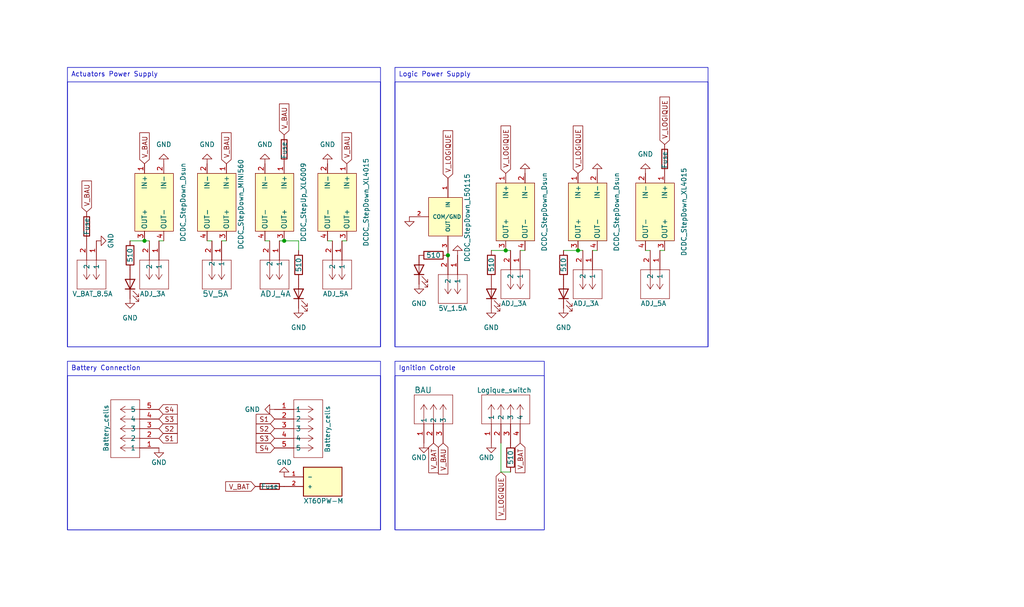
<source format=kicad_sch>
(kicad_sch (version 20230121) (generator eeschema)
  (paper "User" 270.002 159.995)
  (title_block (title "PowerBoard") (date "2024-10-18"))
  (lib_symbols
    (symbol "CONN_JST_B2B-PH-K-S:B2B-PH-K-S" (pin_names (offset 1.016))
      (property "Reference" "U" (at 6.35 2.54 0))
      (property "Value" "B2B-PH-K-S" (at 0 -10.16 0))
      (symbol "B2B-PH-K-S_1_1"
        (polyline (pts (xy 5.08 -7.62) (xy 12.7 -7.62)) (stroke (width 0.127)))
        (polyline (pts (xy 5.08 0) (xy 5.08 -7.62)) (stroke (width 0.127)))
        (polyline (pts (xy 10.16 -5.08) (xy 5.08 -5.08)) (stroke (width 0.127)))
        (polyline (pts (xy 10.16 -5.08) (xy 8.89 -5.9267)) (stroke (width 0.127)))
        (polyline (pts (xy 10.16 -5.08) (xy 8.89 -4.2333)) (stroke (width 0.127)))
        (polyline (pts (xy 10.16 -2.54) (xy 5.08 -2.54)) (stroke (width 0.127)))
        (polyline (pts (xy 10.16 -2.54) (xy 8.89 -3.3867)) (stroke (width 0.127)))
        (polyline (pts (xy 10.16 -2.54) (xy 8.89 -1.6933)) (stroke (width 0.127)))
        (polyline (pts (xy 12.7 -7.62) (xy 12.7 0)) (stroke (width 0.127)))
        (polyline (pts (xy 12.7 0) (xy 5.08 0)) (stroke (width 0.127)))
        (pin unspecified line (at 0 -2.54 0) (length 5.08) (name "1") (number "1"))
        (pin unspecified line (at 0 -5.08 0) (length 5.08) (name "2") (number "2"))
      )
    )
    (symbol "CONN_JST_B2B-XH-A:B2B-XH-ALFSN" (pin_names (offset 0.254))
      (property "Reference" "J" (at 8.89 6.35 0))
      (property "Value" "B2B-XH-A" (at 6.35 -6.35 0))
      (symbol "B2B-XH-ALFSN_1_1"
        (polyline (pts (xy 5.08 -5.08) (xy 12.7 -5.08)) (stroke (width 0.127)))
        (polyline (pts (xy 5.08 2.54) (xy 5.08 -5.08)) (stroke (width 0.127)))
        (polyline (pts (xy 10.16 -2.54) (xy 5.08 -2.54)) (stroke (width 0.127)))
        (polyline (pts (xy 10.16 -2.54) (xy 8.89 -3.3867)) (stroke (width 0.127)))
        (polyline (pts (xy 10.16 -2.54) (xy 8.89 -1.6933)) (stroke (width 0.127)))
        (polyline (pts (xy 10.16 0) (xy 5.08 0)) (stroke (width 0.127)))
        (polyline (pts (xy 10.16 0) (xy 8.89 -0.8467)) (stroke (width 0.127)))
        (polyline (pts (xy 10.16 0) (xy 8.89 0.8467)) (stroke (width 0.127)))
        (polyline (pts (xy 12.7 -5.08) (xy 12.7 2.54)) (stroke (width 0.127)))
        (polyline (pts (xy 12.7 2.54) (xy 5.08 2.54)) (stroke (width 0.127)))
        (pin unspecified line (at 0 0 0) (length 5.08) (name "1") (number "1"))
        (pin unspecified line (at 0 -2.54 0) (length 5.08) (name "2") (number "2"))
      )
      (symbol "B2B-XH-ALFSN_1_2"
        (polyline (pts (xy 5.08 -5.08) (xy 12.7 -5.08)) (stroke (width 0.127)))
        (polyline (pts (xy 5.08 2.54) (xy 5.08 -5.08)) (stroke (width 0.127)))
        (polyline (pts (xy 7.62 -2.54) (xy 5.08 -2.54)) (stroke (width 0.127)))
        (polyline (pts (xy 7.62 -2.54) (xy 8.89 -3.3867)) (stroke (width 0.127)))
        (polyline (pts (xy 7.62 -2.54) (xy 8.89 -1.6933)) (stroke (width 0.127)))
        (polyline (pts (xy 7.62 0) (xy 5.08 0)) (stroke (width 0.127)))
        (polyline (pts (xy 7.62 0) (xy 8.89 -0.8467)) (stroke (width 0.127)))
        (polyline (pts (xy 7.62 0) (xy 8.89 0.8467)) (stroke (width 0.127)))
        (polyline (pts (xy 12.7 -5.08) (xy 12.7 2.54)) (stroke (width 0.127)))
        (polyline (pts (xy 12.7 2.54) (xy 5.08 2.54)) (stroke (width 0.127)))
        (pin unspecified line (at 0 0 0) (length 5.08) (name "1") (number "1"))
        (pin unspecified line (at 0 -2.54 0) (length 5.08) (name "2") (number "2"))
      )
    )
    (symbol "CONN_JST_B2P-VH:B2P-VH_LF__SN_" (pin_names (offset 1.016))
      (property "Reference" "U" (at 6.35 2.54 0))
      (property "Value" "B2P-VH" (at 0 -10.16 0))
      (symbol "B2P-VH_LF__SN__1_1"
        (polyline (pts (xy 5.08 -7.62) (xy 12.7 -7.62)) (stroke (width 0.127)))
        (polyline (pts (xy 5.08 0) (xy 5.08 -7.62)) (stroke (width 0.127)))
        (polyline (pts (xy 10.16 -5.08) (xy 5.08 -5.08)) (stroke (width 0.127)))
        (polyline (pts (xy 10.16 -5.08) (xy 8.89 -5.9267)) (stroke (width 0.127)))
        (polyline (pts (xy 10.16 -5.08) (xy 8.89 -4.2333)) (stroke (width 0.127)))
        (polyline (pts (xy 10.16 -2.54) (xy 5.08 -2.54)) (stroke (width 0.127)))
        (polyline (pts (xy 10.16 -2.54) (xy 8.89 -3.3867)) (stroke (width 0.127)))
        (polyline (pts (xy 10.16 -2.54) (xy 8.89 -1.6933)) (stroke (width 0.127)))
        (polyline (pts (xy 12.7 -7.62) (xy 12.7 0)) (stroke (width 0.127)))
        (polyline (pts (xy 12.7 0) (xy 5.08 0)) (stroke (width 0.127)))
        (pin unspecified line (at 0 -2.54 0) (length 5.08) (name "1") (number "1"))
        (pin unspecified line (at 0 -5.08 0) (length 5.08) (name "2") (number "2"))
      )
    )
    (symbol "CONN_JST_B3PS-VH:B3PS-VH" (pin_names (offset 0.254))
      (property "Reference" "J" (at 1.27 5.08 0))
      (property "Value" "B3PS-VH" (at 1.27 -10.16 0))
      (symbol "B3PS-VH_1_1"
        (polyline (pts (xy 5.08 -7.62) (xy 12.7 -7.62)) (stroke (width 0.127)))
        (polyline (pts (xy 5.08 2.54) (xy 5.08 -7.62)) (stroke (width 0.127)))
        (polyline (pts (xy 10.16 -5.08) (xy 5.08 -5.08)) (stroke (width 0.127)))
        (polyline (pts (xy 10.16 -5.08) (xy 8.89 -5.9267)) (stroke (width 0.127)))
        (polyline (pts (xy 10.16 -5.08) (xy 8.89 -4.2333)) (stroke (width 0.127)))
        (polyline (pts (xy 10.16 -2.54) (xy 5.08 -2.54)) (stroke (width 0.127)))
        (polyline (pts (xy 10.16 -2.54) (xy 8.89 -3.3867)) (stroke (width 0.127)))
        (polyline (pts (xy 10.16 -2.54) (xy 8.89 -1.6933)) (stroke (width 0.127)))
        (polyline (pts (xy 10.16 0) (xy 5.08 0)) (stroke (width 0.127)))
        (polyline (pts (xy 10.16 0) (xy 8.89 -0.8467)) (stroke (width 0.127)))
        (polyline (pts (xy 10.16 0) (xy 8.89 0.8467)) (stroke (width 0.127)))
        (polyline (pts (xy 12.7 -7.62) (xy 12.7 2.54)) (stroke (width 0.127)))
        (polyline (pts (xy 12.7 2.54) (xy 5.08 2.54)) (stroke (width 0.127)))
        (pin unspecified line (at 0 0 0) (length 5.08) (name "1") (number "1"))
        (pin unspecified line (at 0 -2.54 0) (length 5.08) (name "2") (number "2"))
        (pin unspecified line (at 0 -5.08 0) (length 5.08) (name "3") (number "3"))
      )
      (symbol "B3PS-VH_1_2"
        (polyline (pts (xy 5.08 -7.62) (xy 12.7 -7.62)) (stroke (width 0.127)))
        (polyline (pts (xy 5.08 2.54) (xy 5.08 -7.62)) (stroke (width 0.127)))
        (polyline (pts (xy 7.62 -5.08) (xy 5.08 -5.08)) (stroke (width 0.127)))
        (polyline (pts (xy 7.62 -5.08) (xy 8.89 -5.9267)) (stroke (width 0.127)))
        (polyline (pts (xy 7.62 -5.08) (xy 8.89 -4.2333)) (stroke (width 0.127)))
        (polyline (pts (xy 7.62 -2.54) (xy 5.08 -2.54)) (stroke (width 0.127)))
        (polyline (pts (xy 7.62 -2.54) (xy 8.89 -3.3867)) (stroke (width 0.127)))
        (polyline (pts (xy 7.62 -2.54) (xy 8.89 -1.6933)) (stroke (width 0.127)))
        (polyline (pts (xy 7.62 0) (xy 5.08 0)) (stroke (width 0.127)))
        (polyline (pts (xy 7.62 0) (xy 8.89 -0.8467)) (stroke (width 0.127)))
        (polyline (pts (xy 7.62 0) (xy 8.89 0.8467)) (stroke (width 0.127)))
        (polyline (pts (xy 12.7 -7.62) (xy 12.7 2.54)) (stroke (width 0.127)))
        (polyline (pts (xy 12.7 2.54) (xy 5.08 2.54)) (stroke (width 0.127)))
        (pin unspecified line (at 0 0 0) (length 5.08) (name "1") (number "1"))
        (pin unspecified line (at 0 -2.54 0) (length 5.08) (name "2") (number "2"))
        (pin unspecified line (at 0 -5.08 0) (length 5.08) (name "3") (number "3"))
      )
    )
    (symbol "CONN_JST_B4P-VH:B4P-VH_LF__SN_" (pin_names (offset 1.016))
      (property "Reference" "J" (at -5.083 5.852 0))
      (property "Value" "B4P-VH_LF__SN_" (at -2.54 -15.24 0))
      (symbol "B4P-VH_LF__SN__1_1"
        (polyline (pts (xy 5.08 -12.7) (xy 12.7 -12.7)) (stroke (width 0.127)))
        (polyline (pts (xy 5.08 0) (xy 5.08 -12.7)) (stroke (width 0.127)))
        (polyline (pts (xy 10.16 -10.16) (xy 5.08 -10.16)) (stroke (width 0.127)))
        (polyline (pts (xy 10.16 -10.16) (xy 8.89 -11.0067)) (stroke (width 0.127)))
        (polyline (pts (xy 10.16 -10.16) (xy 8.89 -9.3133)) (stroke (width 0.127)))
        (polyline (pts (xy 10.16 -7.62) (xy 5.08 -7.62)) (stroke (width 0.127)))
        (polyline (pts (xy 10.16 -7.62) (xy 8.89 -8.4667)) (stroke (width 0.127)))
        (polyline (pts (xy 10.16 -7.62) (xy 8.89 -6.7733)) (stroke (width 0.127)))
        (polyline (pts (xy 10.16 -5.08) (xy 5.08 -5.08)) (stroke (width 0.127)))
        (polyline (pts (xy 10.16 -5.08) (xy 8.89 -5.9267)) (stroke (width 0.127)))
        (polyline (pts (xy 10.16 -5.08) (xy 8.89 -4.2333)) (stroke (width 0.127)))
        (polyline (pts (xy 10.16 -2.54) (xy 5.08 -2.54)) (stroke (width 0.127)))
        (polyline (pts (xy 10.16 -2.54) (xy 8.89 -3.3867)) (stroke (width 0.127)))
        (polyline (pts (xy 10.16 -2.54) (xy 8.89 -1.6933)) (stroke (width 0.127)))
        (polyline (pts (xy 12.7 -12.7) (xy 12.7 0)) (stroke (width 0.127)))
        (polyline (pts (xy 12.7 0) (xy 5.08 0)) (stroke (width 0.127)))
        (pin unspecified line (at 0 -2.54 0) (length 5.08) (name "1") (number "1"))
        (pin unspecified line (at 0 -5.08 0) (length 5.08) (name "2") (number "2"))
        (pin unspecified line (at 0 -7.62 0) (length 5.08) (name "3") (number "3"))
        (pin unspecified line (at 0 -10.16 0) (length 5.08) (name "4") (number "4"))
      )
    )
    (symbol "CONN_JST_B5B-PH-K-S:B5B-PH-K-S_LF__SN_" (pin_names (offset 1.016))
      (property "Reference" "J" (at 7.62 1.27 0))
      (property "Value" "B5B-PH-K-S" (at -5.08 -19.05 0))
      (symbol "B5B-PH-K-S_LF__SN__1_1"
        (polyline (pts (xy 5.08 -15.24) (xy 12.7 -15.24)) (stroke (width 0.127)))
        (polyline (pts (xy 5.08 0) (xy 5.08 -15.24)) (stroke (width 0.127)))
        (polyline (pts (xy 10.16 -12.7) (xy 5.08 -12.7)) (stroke (width 0.127)))
        (polyline (pts (xy 10.16 -12.7) (xy 8.89 -13.5467)) (stroke (width 0.127)))
        (polyline (pts (xy 10.16 -12.7) (xy 8.89 -11.8533)) (stroke (width 0.127)))
        (polyline (pts (xy 10.16 -10.16) (xy 5.08 -10.16)) (stroke (width 0.127)))
        (polyline (pts (xy 10.16 -10.16) (xy 8.89 -11.0067)) (stroke (width 0.127)))
        (polyline (pts (xy 10.16 -10.16) (xy 8.89 -9.3133)) (stroke (width 0.127)))
        (polyline (pts (xy 10.16 -7.62) (xy 5.08 -7.62)) (stroke (width 0.127)))
        (polyline (pts (xy 10.16 -7.62) (xy 8.89 -8.4667)) (stroke (width 0.127)))
        (polyline (pts (xy 10.16 -7.62) (xy 8.89 -6.7733)) (stroke (width 0.127)))
        (polyline (pts (xy 10.16 -5.08) (xy 5.08 -5.08)) (stroke (width 0.127)))
        (polyline (pts (xy 10.16 -5.08) (xy 8.89 -5.9267)) (stroke (width 0.127)))
        (polyline (pts (xy 10.16 -5.08) (xy 8.89 -4.2333)) (stroke (width 0.127)))
        (polyline (pts (xy 10.16 -2.54) (xy 5.08 -2.54)) (stroke (width 0.127)))
        (polyline (pts (xy 10.16 -2.54) (xy 8.89 -3.3867)) (stroke (width 0.127)))
        (polyline (pts (xy 10.16 -2.54) (xy 8.89 -1.6933)) (stroke (width 0.127)))
        (polyline (pts (xy 12.7 -15.24) (xy 12.7 0)) (stroke (width 0.127)))
        (polyline (pts (xy 12.7 0) (xy 5.08 0)) (stroke (width 0.127)))
        (pin unspecified line (at 0 -2.54 0) (length 5.08) (name "1") (number "1"))
        (pin unspecified line (at 0 -5.08 0) (length 5.08) (name "2") (number "2"))
        (pin unspecified line (at 0 -7.62 0) (length 5.08) (name "3") (number "3"))
        (pin unspecified line (at 0 -10.16 0) (length 5.08) (name "4") (number "4"))
        (pin unspecified line (at 0 -12.7 0) (length 5.08) (name "5") (number "5"))
      )
    )
    (symbol "CONN_JST_S5B-XH-A:CONN_JST_S5B-XH-A"
      (property "Reference" "U" (at 0 0 0))
      (property "Value" "CONN_JST_S5B-XH-A" (at 1.27 -17.78 0))
      (symbol "CONN_JST_S5B-XH-A_1_1"
        (polyline (pts (xy 5.08 -15.24) (xy 12.7 -15.24)) (stroke (width 0.127)))
        (polyline (pts (xy 5.08 0) (xy 5.08 -15.24)) (stroke (width 0.127)))
        (polyline (pts (xy 10.16 -12.7) (xy 5.08 -12.7)) (stroke (width 0.127)))
        (polyline (pts (xy 10.16 -12.7) (xy 8.89 -13.5467)) (stroke (width 0.127)))
        (polyline (pts (xy 10.16 -12.7) (xy 8.89 -11.8533)) (stroke (width 0.127)))
        (polyline (pts (xy 10.16 -10.16) (xy 5.08 -10.16)) (stroke (width 0.127)))
        (polyline (pts (xy 10.16 -10.16) (xy 8.89 -11.0067)) (stroke (width 0.127)))
        (polyline (pts (xy 10.16 -10.16) (xy 8.89 -9.3133)) (stroke (width 0.127)))
        (polyline (pts (xy 10.16 -7.62) (xy 5.08 -7.62)) (stroke (width 0.127)))
        (polyline (pts (xy 10.16 -7.62) (xy 8.89 -8.4667)) (stroke (width 0.127)))
        (polyline (pts (xy 10.16 -7.62) (xy 8.89 -6.7733)) (stroke (width 0.127)))
        (polyline (pts (xy 10.16 -5.08) (xy 5.08 -5.08)) (stroke (width 0.127)))
        (polyline (pts (xy 10.16 -5.08) (xy 8.89 -5.9267)) (stroke (width 0.127)))
        (polyline (pts (xy 10.16 -5.08) (xy 8.89 -4.2333)) (stroke (width 0.127)))
        (polyline (pts (xy 10.16 -2.54) (xy 5.08 -2.54)) (stroke (width 0.127)))
        (polyline (pts (xy 10.16 -2.54) (xy 8.89 -3.3867)) (stroke (width 0.127)))
        (polyline (pts (xy 10.16 -2.54) (xy 8.89 -1.6933)) (stroke (width 0.127)))
        (polyline (pts (xy 12.7 -15.24) (xy 12.7 0)) (stroke (width 0.127)))
        (polyline (pts (xy 12.7 0) (xy 5.08 0)) (stroke (width 0.127)))
        (pin unspecified line (at 0 -2.54 0) (length 5.08) (name "1") (number "1"))
        (pin unspecified line (at 0 -5.08 0) (length 5.08) (name "2") (number "2"))
        (pin unspecified line (at 0 -7.62 0) (length 5.08) (name "3") (number "3"))
        (pin unspecified line (at 0 -10.16 0) (length 5.08) (name "4") (number "4"))
        (pin unspecified line (at 0 -12.7 0) (length 5.08) (name "5") (number "5"))
      )
    )
    (symbol "DCDC_StepDown_Dsun:DCDC_StepDown_Dsun"
      (property "Reference" "U" (at 10.16 -5.08 0))
      (property "Value" "DCDC_StepDown_Dsun" (at 10.16 -11.43 0))
      (symbol "DCDC_StepDown_Dsun_1_1"
        (rectangle (start 2.54 0) (end 17.78 -10.16) (fill (type background)))
        (pin input line (at 0 -7.62 0) (length 2.54) (name "IN+") (number "1"))
        (pin input line (at 0 -2.54 0) (length 2.54) (name "IN-") (number "2"))
        (pin output line (at 20.32 -7.62 180) (length 2.54) (name "OUT+") (number "3"))
        (pin output line (at 20.32 -2.54 180) (length 2.54) (name "OUT-") (number "4"))
      )
    )
    (symbol "DCDC_StepDown_L50115:DCDC_StepDown_L50115" (pin_names (offset 1.016))
      (property "Reference" "PS" (at 3.81 3.81 0))
      (property "Value" "DCDC_StepDown_L50115" (at -7.62 1.27 0))
      (symbol "DCDC_StepDown_L50115_0_0"
        (rectangle (start 0 0) (end 10.16 -8.89) (stroke (width 0.1524)) (fill (type background)))
        (pin input line (at -5.08 -3.81 0) (length 5.08) (name "IN") (number "1"))
        (pin power_in line (at 5.08 -13.97 90) (length 5.08) (name "COM/GND") (number "2"))
        (pin output line (at 15.24 -3.81 180) (length 5.08) (name "OUT") (number "3"))
      )
    )
    (symbol "DCDC_StepDown_MINI560:DCDC_StepDown_MINI560"
      (property "Reference" "U" (at 10.16 -5.08 0))
      (property "Value" "DCDC_StepDown_MINI560" (at 10.16 -12.7 0))
      (symbol "DCDC_StepDown_MINI560_1_1"
        (rectangle (start 2.54 0) (end 17.78 -10.16) (fill (type background)))
        (pin input line (at 0 -2.54 0) (length 2.54) (name "IN+") (number "1"))
        (pin input line (at 0 -7.62 0) (length 2.54) (name "IN-") (number "2"))
        (pin output line (at 20.32 -2.54 180) (length 2.54) (name "OUT+") (number "3"))
        (pin output line (at 20.32 -7.62 180) (length 2.54) (name "OUT-") (number "4"))
      )
    )
    (symbol "DCDC_StepDown_XL4015:DCDC_StepDown_XL4015"
      (property "Reference" "U" (at 7.62 -5.08 0))
      (property "Value" "DCDC_StepDown_XL4015" (at 7.62 -11.43 0))
      (symbol "DCDC_StepDown_XL4015_1_1"
        (rectangle (start 0 0) (end 15.24 -10.16) (fill (type background)))
        (pin input line (at -2.54 -2.54 0) (length 2.54) (name "IN+") (number "1"))
        (pin input line (at -2.54 -7.62 0) (length 2.54) (name "IN-") (number "2"))
        (pin output line (at 17.78 -2.54 180) (length 2.54) (name "OUT+") (number "3"))
        (pin output line (at 17.78 -7.62 180) (length 2.54) (name "OUT-") (number "4"))
      )
    )
    (symbol "DCDC_StepUp_XL6009:DCDC_StepUp_XL6009"
      (property "Reference" "U" (at 7.62 -5.08 0))
      (property "Value" "DCDC_StepUp_XL6009" (at 7.62 -11.43 0))
      (symbol "DCDC_StepUp_XL6009_1_1"
        (rectangle (start 0 0) (end 15.24 -10.16) (fill (type background)))
        (pin input line (at -2.54 -2.54 0) (length 2.54) (name "IN+") (number "1"))
        (pin input line (at -2.54 -7.62 0) (length 2.54) (name "IN-") (number "2"))
        (pin output line (at 17.78 -2.54 180) (length 2.54) (name "OUT+") (number "3"))
        (pin output line (at 17.78 -7.62 180) (length 2.54) (name "OUT-") (number "4"))
      )
    )
    (symbol "Device:Fuse" (pin_numbers hide) (pin_names (offset 0))
      (property "Reference" "F" (at 2.032 0 90))
      (property "Value" "Fuse" (at -1.905 0 90))
      (symbol "Fuse_0_1"
        (rectangle (start -0.762 -2.54) (end 0.762 2.54) (stroke (width 0.254)))
        (polyline (pts (xy 0 2.54) (xy 0 -2.54)))
      )
      (symbol "Fuse_1_1"
        (pin passive line (at 0 3.81 270) (length 1.27) (name "~") (number "1"))
        (pin passive line (at 0 -3.81 90) (length 1.27) (name "~") (number "2"))
      )
    )
    (symbol "Device:LED" (pin_numbers hide) (pin_names (offset 1.016) hide)
      (property "Reference" "D" (at 0 2.54 0))
      (property "Value" "LED" (at 0 -2.54 0))
      (symbol "LED_0_1"
        (polyline (pts (xy -1.27 -1.27) (xy -1.27 1.27)) (stroke (width 0.254)))
        (polyline (pts (xy -1.27 0) (xy 1.27 0)))
        (polyline (pts (xy 1.27 -1.27) (xy 1.27 1.27) (xy -1.27 0) (xy 1.27 -1.27)) (stroke (width 0.254)))
        (polyline (pts (xy -3.048 -0.762) (xy -4.572 -2.286) (xy -3.81 -2.286) (xy -4.572 -2.286) (xy -4.572 -1.524)))
        (polyline (pts (xy -1.778 -0.762) (xy -3.302 -2.286) (xy -2.54 -2.286) (xy -3.302 -2.286) (xy -3.302 -1.524)))
      )
      (symbol "LED_1_1"
        (pin passive line (at -3.81 0 0) (length 2.54) (name "K") (number "1"))
        (pin passive line (at 3.81 0 180) (length 2.54) (name "A") (number "2"))
      )
    )
    (symbol "Device:R" (pin_numbers hide) (pin_names (offset 0))
      (property "Reference" "R" (at 2.032 0 90))
      (property "Value" "R" (at 0 0 90))
      (symbol "R_0_1"
        (rectangle (start -1.016 -2.54) (end 1.016 2.54) (stroke (width 0.254)))
      )
      (symbol "R_1_1"
        (pin passive line (at 0 3.81 270) (length 1.27) (name "~") (number "1"))
        (pin passive line (at 0 -3.81 90) (length 1.27) (name "~") (number "2"))
      )
    )
    (symbol "XT60IPW-M:XT60PW-M" (pin_names (offset 1.016))
      (property "Reference" "J" (at -5.08 5.7234 0))
      (property "Value" "XT60PW-M" (at -5.08 -5.0923 0))
      (symbol "XT60PW-M_0_0"
        (rectangle (start -5.08 -2.54) (end 5.08 5.08) (stroke (width 0.254)) (fill (type background)))
      )
      (symbol "XT60PW-M_1_0"
        (pin passive line (at -10.16 2.54 0) (length 5.08) (name "-") (number "1"))
        (pin passive line (at -10.16 0 0) (length 5.08) (name "+") (number "2"))
      )
    )
    (symbol "power:GND" (power) (pin_names (offset 0))
      (property "Value" "GND" (at 0 -3.81 0))
      (symbol "GND_0_1"
        (polyline (pts (xy 0 0) (xy 0 -1.27) (xy 1.27 -1.27) (xy 0 -2.54) (xy -1.27 -1.27) (xy 0 -1.27)))
      )
      (symbol "GND_1_1"
        (pin power_in line (at 0 0 270) (length 0) hide (name "GND") (number "1"))
      )
    )
  )
  (junction (at 118.11 67.31))
  (junction (at 152.4 66.04))
  (junction (at 133.35 66.04))
  (junction (at 74.93 63.5))
  (junction (at 38.1 63.5))
  (wire (pts (xy 170.18 66.04) (xy 171.45 66.04)))
  (wire (pts (xy 148.59 66.04) (xy 152.4 66.04)))
  (wire (pts (xy 152.4 66.04) (xy 153.67 66.04)))
  (wire (pts (xy 86.36 63.5) (xy 87.63 63.5)))
  (wire (pts (xy 90.17 63.5) (xy 91.44 63.5)))
  (wire (pts (xy 58.42 63.5) (xy 59.69 63.5)))
  (wire (pts (xy 34.29 63.5) (xy 38.1 63.5)))
  (wire (pts (xy 78.74 63.5) (xy 74.93 63.5)))
  (wire (pts (xy 156.21 66.04) (xy 157.48 66.04)))
  (wire (pts (xy 132.08 124.46) (xy 132.08 116.84)))
  (wire (pts (xy 41.91 63.5) (xy 43.18 63.5)))
  (wire (pts (xy 137.16 66.04) (xy 138.43 66.04)))
  (wire (pts (xy 133.35 66.04) (xy 134.62 66.04)))
  (wire (pts (xy 129.54 66.04) (xy 133.35 66.04)))
  (wire (pts (xy 38.1 63.5) (xy 39.37 63.5)))
  (wire (pts (xy 73.66 63.5) (xy 74.93 63.5)))
  (wire (pts (xy 78.74 66.04) (xy 78.74 63.5)))
  (wire (pts (xy 69.85 63.5) (xy 71.12 63.5)))
  (wire (pts (xy 173.99 66.04) (xy 175.26 66.04)))
  (wire (pts (xy 132.08 124.46) (xy 134.62 124.46)))
  (wire (pts (xy 54.61 63.5) (xy 55.88 63.5)))
  (rectangle (start 104.14 99.06) (end 143.51 139.7))
  (rectangle (start 17.78 99.06) (end 100.33 139.7))
  (rectangle (start 104.14 21.59) (end 186.69 91.44))
  (rectangle (start 17.78 21.59) (end 100.33 91.44))
  (text_box "Battery Connection" (at 17.78 95.25 0) (size 82.55 44.45) (effects (font (size 1.27 1.27)) (justify left top)))
  (text_box "Logic Power Supply" (at 104.14 17.78 0) (size 82.55 73.66) (effects (font (size 1.27 1.27)) (justify left top)))
  (text_box "Actuators Power Supply" (at 17.78 17.78 0) (size 82.55 73.66) (effects (font (size 1.27 1.27)) (justify left top)))
  (text_box "Ignition Cotrole" (at 104.14 95.25 0) (size 39.37 44.45) (effects (font (size 1.27 1.27)) (justify left top)))
  (global_label "V_LOGIQUE" (shape input) (at 133.35 45.72 90) (property "Intersheetrefs" "${INTERSHEET_REFS}" (effects hide)))
  (global_label "V_BAT" (shape input) (at 114.3 116.84 270) (property "Intersheetrefs" "${INTERSHEET_REFS}" (effects hide)))
  (global_label "V_LOGIQUE" (shape input) (at 132.08 124.46 270) (property "Intersheetrefs" "${INTERSHEET_REFS}" (effects hide)))
  (global_label "S2" (shape input) (at 72.39 113.03 180) (property "Intersheetrefs" "${INTERSHEET_REFS}" (effects hide)))
  (global_label "S1" (shape input) (at 41.91 115.57 0) (property "Intersheetrefs" "${INTERSHEET_REFS}" (effects hide)))
  (global_label "V_BAU" (shape input) (at 74.93 35.56 90) (property "Intersheetrefs" "${INTERSHEET_REFS}" (effects hide)))
  (global_label "S4" (shape input) (at 41.91 107.95 0) (property "Intersheetrefs" "${INTERSHEET_REFS}" (effects hide)))
  (global_label "S3" (shape input) (at 72.39 115.57 180) (property "Intersheetrefs" "${INTERSHEET_REFS}" (effects hide)))
  (global_label "S1" (shape input) (at 72.39 110.49 180) (property "Intersheetrefs" "${INTERSHEET_REFS}" (effects hide)))
  (global_label "V_LOGIQUE" (shape input) (at 152.4 45.72 90) (property "Intersheetrefs" "${INTERSHEET_REFS}" (effects hide)))
  (global_label "V_BAU" (shape input) (at 38.1 43.18 90) (property "Intersheetrefs" "${INTERSHEET_REFS}" (effects hide)))
  (global_label "V_LOGIQUE" (shape input) (at 175.26 38.1 90) (property "Intersheetrefs" "${INTERSHEET_REFS}" (effects hide)))
  (global_label "V_BAU" (shape input) (at 116.84 116.84 270) (property "Intersheetrefs" "${INTERSHEET_REFS}" (effects hide)))
  (global_label "V_BAT" (shape input) (at 137.16 116.84 270) (property "Intersheetrefs" "${INTERSHEET_REFS}" (effects hide)))
  (global_label "S3" (shape input) (at 41.91 110.49 0) (property "Intersheetrefs" "${INTERSHEET_REFS}" (effects hide)))
  (global_label "V_BAU" (shape input) (at 59.69 43.18 90) (property "Intersheetrefs" "${INTERSHEET_REFS}" (effects hide)))
  (global_label "S2" (shape input) (at 41.91 113.03 0) (property "Intersheetrefs" "${INTERSHEET_REFS}" (effects hide)))
  (global_label "V_LOGIQUE" (shape input) (at 118.11 46.99 90) (property "Intersheetrefs" "${INTERSHEET_REFS}" (effects hide)))
  (global_label "V_BAU" (shape input) (at 91.44 43.18 90) (property "Intersheetrefs" "${INTERSHEET_REFS}" (effects hide)))
  (global_label "V_BAT" (shape input) (at 67.31 128.27 180) (property "Intersheetrefs" "${INTERSHEET_REFS}" (effects hide)))
  (global_label "S4" (shape input) (at 72.39 118.11 180) (property "Intersheetrefs" "${INTERSHEET_REFS}" (effects hide)))
  (global_label "V_BAU" (shape input) (at 22.86 55.88 90) (property "Intersheetrefs" "${INTERSHEET_REFS}" (effects hide)))
  (symbol (lib_id "CONN_JST_B2B-PH-K-S:B2B-PH-K-S") (at 44.45 63.5 270) (unit 1)
    (property "Reference" "U18" (effects hide))
    (property "Value" "ADJ_3A" (at 36.83 77.47 90) (effects (justify left)))
    (property "Footprint" "CONN_JST_B2B-PH-K-S:CONN_JST_B2B-PH-K-S" (effects hide))
  )
  (symbol (lib_id "CONN_JST_B2P-VH:B2P-VH_LF__SN_") (at 176.53 66.04 270) (unit 1)
    (property "Reference" "U12" (effects hide))
    (property "Value" "ADJ_5A" (at 168.91 80.01 90) (effects (justify left)))
    (property "Footprint" "CONN_JST_B2P-VH:CONN_JST_B2P-VH" (effects hide))
  )
  (symbol (lib_id "DCDC_StepDown_L50115:DCDC_StepDown_L50115") (at 121.92 52.07 270) (unit 1)
    (property "Reference" "PS1" (effects hide))
    (property "Value" "DCDC_StepDown_L50115" (at 123.19 45.72 0) (effects (justify left)))
    (property "Footprint" "DCDC_StepDown_L50115:DCDC_StepDown_L50115" (effects hide))
  )
  (symbol (lib_id "power:GND") (at 148.59 81.28 0) (unit 1)
    (property "Reference" "#PWR012" (effects hide))
    (property "Value" "GND" (at 148.59 86.36 0))
  )
  (symbol (lib_id "power:GND") (at 41.91 118.11 0) (unit 1)
    (property "Reference" "#PWR017" (effects hide))
    (property "Value" "GND" (at 41.91 121.92 0))
  )
  (symbol (lib_id "Device:LED") (at 34.29 74.93 90) (unit 1)
    (property "Reference" "Switch5" (effects hide))
    (property "Value" "Switch22" (effects hide))
    (property "Footprint" "LED_SMD:LED_0603_1608Metric_Pad1.05x0.95mm_HandSolder" (effects hide))
  )
  (symbol (lib_id "Device:Fuse") (at 71.12 128.27 270) (unit 1)
    (property "Reference" "F8" (effects hide))
    (property "Value" "Fuse" (at 71.12 128.27 90))
    (property "Footprint" "Fuse:Fuseholder_Cylinder-5x20mm_EATON_H15-V-1_Vertical_Closed" (effects hide))
  )
  (symbol (lib_id "power:GND") (at 170.18 45.72 180) (unit 1)
    (property "Reference" "#PWR02" (effects hide))
    (property "Value" "GND" (at 170.18 40.64 0))
  )
  (symbol (lib_id "Device:R") (at 148.59 69.85 0) (unit 1)
    (property "Reference" "R3" (effects hide))
    (property "Value" "510" (at 148.59 69.85 90))
    (property "Footprint" "Resistor_THT:R_Axial_DIN0207_L6.3mm_D2.5mm_P7.62mm_Horizontal" (effects hide))
  )
  (symbol (lib_id "Device:LED") (at 78.74 77.47 90) (unit 1)
    (property "Reference" "Switch2" (effects hide))
    (property "Value" "Switch22" (effects hide))
    (property "Footprint" "LED_SMD:LED_0603_1608Metric_Pad1.05x0.95mm_HandSolder" (effects hide))
  )
  (symbol (lib_id "XT60IPW-M:XT60PW-M") (at 85.09 128.27 0) (unit 1)
    (property "Reference" "J1" (effects hide))
    (property "Value" "XT60PW-M" (at 80.01 132.08 0) (effects (justify left)))
    (property "Footprint" "XT60IPW-M:AMASS_XT60IPW-M_1x03_P7.20mm_Horizontal" (effects hide))
  )
  (symbol (lib_id "power:GND") (at 129.54 116.84 0) (unit 1)
    (property "Reference" "#PWR020" (effects hide))
    (property "Value" "GND" (at 128.27 120.65 0))
  )
  (symbol (lib_id "Device:Fuse") (at 175.26 41.91 180) (unit 1)
    (property "Reference" "F2" (effects hide))
    (property "Value" "Fuse" (at 175.26 44.45 90) (effects (justify right)))
    (property "Footprint" "Fuse:Fuseholder_Cylinder-5x20mm_EATON_H15-V-1_Vertical_Closed" (effects hide))
  )
  (symbol (lib_id "CONN_JST_B4P-VH:B4P-VH_LF__SN_") (at 127 116.84 90) (unit 1)
    (property "Reference" "J2" (effects hide))
    (property "Value" "Logique_switch" (at 125.73 102.87 90) (effects (justify right)))
    (property "Footprint" "CONN_JST_B4P-VH:CONN_JST_B4P-VH" (effects hide))
  )
  (symbol (lib_id "CONN_JST_B2P-VH:B2P-VH_LF__SN_") (at 92.71 63.5 270) (unit 1)
    (property "Reference" "U13" (effects hide))
    (property "Value" "ADJ_5A" (at 85.09 77.47 90) (effects (justify left)))
    (property "Footprint" "CONN_JST_B2P-VH:CONN_JST_B2P-VH" (effects hide))
  )
  (symbol (lib_id "CONN_JST_B2B-PH-K-S:B2B-PH-K-S") (at 158.75 66.04 270) (unit 1)
    (property "Reference" "U16" (effects hide))
    (property "Value" "ADJ_3A" (at 151.13 80.01 90) (effects (justify left)))
    (property "Footprint" "CONN_JST_B2B-PH-K-S:CONN_JST_B2B-PH-K-S" (effects hide))
  )
  (symbol (lib_id "CONN_JST_S5B-XH-A:CONN_JST_S5B-XH-A") (at 72.39 105.41 0) (unit 1)
    (property "Reference" "U7" (effects hide))
    (property "Value" "Battery_cells" (at 86.36 119.38 90) (effects (justify left)))
    (property "Footprint" "CONN_JST_S5B-XH-A:CONN_JST_S5B-XH-A" (effects hide))
  )
  (symbol (lib_id "Device:R") (at 129.54 69.85 0) (unit 1)
    (property "Reference" "R2" (effects hide))
    (property "Value" "510" (at 129.54 69.85 90))
    (property "Footprint" "Resistor_THT:R_Axial_DIN0207_L6.3mm_D2.5mm_P7.62mm_Horizontal" (effects hide))
  )
  (symbol (lib_id "DCDC_StepDown_XL4015:DCDC_StepDown_XL4015") (at 177.8 48.26 270) (unit 1)
    (property "Reference" "U3" (effects hide))
    (property "Value" "DCDC_StepDown_XL4015" (at 180.34 55.88 0))
    (property "Footprint" "DCDC_StepDown_XL4015:DCDC_StepDown_XL4015" (effects hide))
  )
  (symbol (lib_id "power:GND") (at 43.18 43.18 180) (unit 1)
    (property "Reference" "#PWR09" (effects hide))
    (property "Value" "GND" (at 43.18 38.1 0))
  )
  (symbol (lib_id "DCDC_StepUp_XL6009:DCDC_StepUp_XL6009") (at 77.47 45.72 270) (unit 1)
    (property "Reference" "U4" (effects hide))
    (property "Value" "DCDC_StepUp_XL6009" (at 80.01 53.34 0))
    (property "Footprint" "DCDC_StepUp_XL6009:DCDC_StepUp_XL6009" (effects hide))
  )
  (symbol (lib_id "Device:R") (at 134.62 120.65 0) (unit 1)
    (property "Reference" "R7" (effects hide))
    (property "Value" "510" (at 134.62 120.65 90))
    (property "Footprint" "Resistor_THT:R_Axial_DIN0207_L6.3mm_D2.5mm_P7.62mm_Horizontal" (effects hide))
  )
  (symbol (lib_id "power:GND") (at 69.85 43.18 180) (unit 1)
    (property "Reference" "#PWR07" (effects hide))
    (property "Value" "GND" (at 69.85 38.1 0))
  )
  (symbol (lib_id "Device:R") (at 34.29 67.31 0) (unit 1)
    (property "Reference" "R6" (effects hide))
    (property "Value" "510" (at 34.29 67.31 90))
    (property "Footprint" "Resistor_THT:R_Axial_DIN0207_L6.3mm_D2.5mm_P7.62mm_Horizontal" (effects hide))
  )
  (symbol (lib_id "Device:LED") (at 110.49 71.12 90) (unit 1)
    (property "Reference" "Switch1" (effects hide))
    (property "Value" "Switch22" (effects hide))
    (property "Footprint" "LED_SMD:LED_0603_1608Metric_Pad1.05x0.95mm_HandSolder" (effects hide))
  )
  (symbol (lib_id "Device:R") (at 78.74 69.85 0) (unit 1)
    (property "Reference" "R5" (effects hide))
    (property "Value" "510" (at 78.74 69.85 90))
    (property "Footprint" "Resistor_THT:R_Axial_DIN0207_L6.3mm_D2.5mm_P7.62mm_Horizontal" (effects hide))
  )
  (symbol (lib_id "power:GND") (at 157.48 45.72 180) (unit 1)
    (property "Reference" "#PWR03" (effects hide))
    (property "Value" "GND" (effects hide))
  )
  (symbol (lib_id "DCDC_StepDown_Dsun:DCDC_StepDown_Dsun") (at 45.72 43.18 270) (unit 1)
    (property "Reference" "U14" (effects hide))
    (property "Value" "DCDC_StepDown_Dsun" (at 48.26 53.34 0))
    (property "Footprint" "DCDC_StepDown_Dsun:DCDC_StepDown_Dsun" (effects hide))
  )
  (symbol (lib_id "power:GND") (at 120.65 67.31 180) (unit 1)
    (property "Reference" "#PWR021" (effects hide))
    (property "Value" "GND" (effects hide))
  )
  (symbol (lib_id "DCDC_StepDown_Dsun:DCDC_StepDown_Dsun") (at 140.97 45.72 270) (unit 1)
    (property "Reference" "U9" (effects hide))
    (property "Value" "DCDC_StepDown_Dsun" (at 143.51 55.88 0))
    (property "Footprint" "DCDC_StepDown_Dsun:DCDC_StepDown_Dsun" (effects hide))
  )
  (symbol (lib_id "power:GND") (at 74.93 125.73 180) (unit 1)
    (property "Reference" "#PWR01" (effects hide))
    (property "Value" "GND" (at 74.93 121.92 0))
  )
  (symbol (lib_id "power:GND") (at 129.54 81.28 0) (unit 1)
    (property "Reference" "#PWR011" (effects hide))
    (property "Value" "GND" (at 129.54 86.36 0))
  )
  (symbol (lib_id "DCDC_StepDown_XL4015:DCDC_StepDown_XL4015") (at 93.98 45.72 270) (unit 1)
    (property "Reference" "U10" (effects hide))
    (property "Value" "DCDC_StepDown_XL4015" (at 96.52 53.34 0))
    (property "Footprint" "DCDC_StepDown_XL4015:DCDC_StepDown_XL4015" (effects hide))
  )
  (symbol (lib_id "power:GND") (at 138.43 45.72 180) (unit 1)
    (property "Reference" "#PWR04" (effects hide))
    (property "Value" "GND" (effects hide))
  )
  (symbol (lib_id "Device:Fuse") (at 74.93 39.37 180) (unit 1)
    (property "Reference" "F7" (effects hide))
    (property "Value" "Fuse" (at 74.93 41.91 90) (effects (justify right)))
    (property "Footprint" "Fuse:Fuseholder_Cylinder-5x20mm_EATON_H15-V-1_Vertical_Closed" (effects hide))
  )
  (symbol (lib_id "power:GND") (at 78.74 81.28 0) (unit 1)
    (property "Reference" "#PWR013" (effects hide))
    (property "Value" "GND" (at 78.74 86.36 0))
  )
  (symbol (lib_id "CONN_JST_B2B-PH-K-S:B2B-PH-K-S") (at 123.19 67.31 270) (unit 1)
    (property "Reference" "U15" (effects hide))
    (property "Value" "5V_1.5A" (at 115.57 81.28 90) (effects (justify left)))
    (property "Footprint" "CONN_JST_B2B-PH-K-S:CONN_JST_B2B-PH-K-S" (effects hide))
  )
  (symbol (lib_id "Device:R") (at 114.3 67.31 90) (unit 1)
    (property "Reference" "R1" (effects hide))
    (property "Value" "510" (at 114.3 67.31 90))
    (property "Footprint" "Resistor_THT:R_Axial_DIN0207_L6.3mm_D2.5mm_P7.62mm_Horizontal" (effects hide))
  )
  (symbol (lib_id "DCDC_StepDown_Dsun:DCDC_StepDown_Dsun") (at 160.02 45.72 270) (unit 1)
    (property "Reference" "U1" (effects hide))
    (property "Value" "DCDC_StepDown_Dsun" (at 162.56 55.88 0))
    (property "Footprint" "DCDC_StepDown_Dsun:DCDC_StepDown_Dsun" (effects hide))
  )
  (symbol (lib_id "DCDC_StepDown_MINI560:DCDC_StepDown_MINI560") (at 62.23 43.18 270) (unit 1)
    (property "Reference" "U11" (effects hide))
    (property "Value" "DCDC_StepDown_MINI560" (at 63.5 41.91 0) (effects (justify left)))
    (property "Footprint" "DCDC_StepDown_MINI560:DCDC_StepDown_MINI560" (effects hide))
  )
  (symbol (lib_id "power:GND") (at 25.4 63.5 90) (unit 1)
    (property "Reference" "#PWR018" (effects hide))
    (property "Value" "GND" (at 29.21 63.5 0))
  )
  (symbol (lib_id "power:GND") (at 34.29 78.74 0) (unit 1)
    (property "Reference" "#PWR06" (effects hide))
    (property "Value" "GND" (at 34.29 83.82 0))
  )
  (symbol (lib_id "Device:LED") (at 148.59 77.47 90) (unit 1)
    (property "Reference" "Switch3" (effects hide))
    (property "Value" "Switch22" (effects hide))
    (property "Footprint" "LED_SMD:LED_0603_1608Metric_Pad1.05x0.95mm_HandSolder" (effects hide))
  )
  (symbol (lib_id "Device:LED") (at 129.54 77.47 90) (unit 1)
    (property "Reference" "Switch7" (effects hide))
    (property "Value" "Switch22" (effects hide))
    (property "Footprint" "LED_SMD:LED_0603_1608Metric_Pad1.05x0.95mm_HandSolder" (effects hide))
  )
  (symbol (lib_id "CONN_JST_B3PS-VH:B3PS-VH") (at 111.76 116.84 90) (unit 1)
    (property "Reference" "J6" (effects hide))
    (property "Value" "BAU" (at 109.22 102.87 90) (effects (font (size 1.524 1.524)) (justify right)))
    (property "Footprint" "CONN_JST_B3PS-VH:CONN_JST_B3PS-VH" (effects hide))
  )
  (symbol (lib_id "CONN_JST_B2B-XH-A:B2B-XH-ALFSN") (at 73.66 63.5 270) (unit 1)
    (property "Reference" "J3" (effects hide))
    (property "Value" "ADJ_4A" (at 68.58 77.47 90) (effects (font (size 1.524 1.524)) (justify left)))
    (property "Footprint" "CONN_JST_B2B-XH-A:CONN_JST_B2B-XH-A" (effects hide))
    (property "Datasheet" "B2B-XH-ALFSN" (effects hide))
  )
  (symbol (lib_id "power:GND") (at 110.49 74.93 0) (unit 1)
    (property "Reference" "#PWR010" (effects hide))
    (property "Value" "GND" (at 110.49 80.01 0))
  )
  (symbol (lib_id "CONN_JST_B2P-VH:B2P-VH_LF__SN_") (at 27.94 63.5 270) (unit 1)
    (property "Reference" "U8" (effects hide))
    (property "Value" "V_BAT_8.5A" (at 19.05 77.47 90) (effects (justify left)))
    (property "Footprint" "CONN_JST_B2P-VH:CONN_JST_B2P-VH" (effects hide))
  )
  (symbol (lib_id "power:GND") (at 107.95 57.15 0) (unit 1)
    (property "Reference" "#PWR015" (effects hide))
    (property "Value" "GND" (effects hide))
  )
  (symbol (lib_id "CONN_JST_B5B-PH-K-S:B5B-PH-K-S_LF__SN_") (at 41.91 120.65 180) (unit 1)
    (property "Reference" "J4" (effects hide))
    (property "Value" "Battery_cells" (at 27.94 106.68 90) (effects (justify left)))
    (property "Footprint" "CONN_JST_B5B-PH-K-S:CONN_JST_B5B-PH-K-S" (effects hide))
  )
  (symbol (lib_id "power:GND") (at 54.61 43.18 180) (unit 1)
    (property "Reference" "#PWR08" (effects hide))
    (property "Value" "GND" (at 54.61 38.1 0))
  )
  (symbol (lib_id "power:GND") (at 111.76 116.84 0) (unit 1)
    (property "Reference" "#PWR019" (effects hide))
    (property "Value" "GND" (at 110.49 120.65 0))
  )
  (symbol (lib_id "CONN_JST_B2B-PH-K-S:B2B-PH-K-S") (at 139.7 66.04 270) (unit 1)
    (property "Reference" "U17" (effects hide))
    (property "Value" "ADJ_3A" (at 132.08 80.01 90) (effects (justify left)))
    (property "Footprint" "CONN_JST_B2B-PH-K-S:CONN_JST_B2B-PH-K-S" (effects hide))
  )
  (symbol (lib_id "CONN_JST_B2B-XH-A:B2B-XH-ALFSN") (at 58.42 63.5 270) (unit 1)
    (property "Reference" "J5" (effects hide))
    (property "Value" "5V_5A" (at 53.34 77.47 90) (effects (font (size 1.524 1.524)) (justify left)))
    (property "Footprint" "CONN_JST_B2B-XH-A:CONN_JST_B2B-XH-A" (effects hide))
    (property "Datasheet" "B2B-XH-ALFSN" (effects hide))
  )
  (symbol (lib_id "power:GND") (at 86.36 43.18 180) (unit 1)
    (property "Reference" "#PWR05" (effects hide))
    (property "Value" "GND" (at 86.36 38.1 0))
  )
  (symbol (lib_id "power:GND") (at 72.39 107.95 270) (unit 1)
    (property "Reference" "#PWR016" (effects hide))
    (property "Value" "GND" (at 68.58 107.95 90) (effects (justify right)))
  )
  (symbol (lib_id "Device:Fuse") (at 22.86 59.69 0) (unit 1)
    (property "Reference" "F1" (effects hide))
    (property "Value" "Fuse" (at 22.86 59.69 90))
    (property "Footprint" "Fuse:Fuseholder_Cylinder-5x20mm_EATON_H15-V-1_Vertical_Closed" (effects hide))
  )
)
</source>
